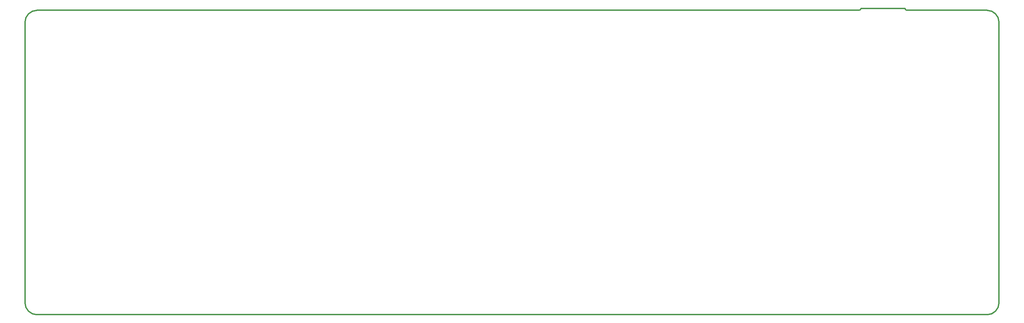
<source format=gm1>
G04 #@! TF.GenerationSoftware,KiCad,Pcbnew,5.0.2-bee76a0~70~ubuntu16.04.1*
G04 #@! TF.CreationDate,2019-04-16T22:45:08-04:00*
G04 #@! TF.ProjectId,steamvan,73746561-6d76-4616-9e2e-6b696361645f,rev?*
G04 #@! TF.SameCoordinates,PX43ec160PY7dabae0*
G04 #@! TF.FileFunction,Profile,NP*
%FSLAX46Y46*%
G04 Gerber Fmt 4.6, Leading zero omitted, Abs format (unit mm)*
G04 Created by KiCad (PCBNEW 5.0.2-bee76a0~70~ubuntu16.04.1) date Tue 16 Apr 2019 10:45:08 PM EDT*
%MOMM*%
%LPD*%
G01*
G04 APERTURE LIST*
G04 #@! TA.AperFunction,NonConductor*
%ADD10C,0.300000*%
G04 #@! TD*
G04 APERTURE END LIST*
D10*
G04 #@! TO.C,REF\002A\002A*
X208855693Y76695200D02*
X219855693Y76695200D01*
X208355693Y76195200D02*
X2968400Y76195200D01*
X240355693Y76195200D02*
X220355693Y76195200D01*
X2968400Y-4701D02*
X240355693Y-4701D01*
X243355693Y73195200D02*
X243355693Y2995299D01*
X240355693Y76195200D02*
G75*
G02X243355693Y73195200I0J-3000000D01*
G01*
X-31600Y73195200D02*
G75*
G02X2968400Y76195200I3000000J0D01*
G01*
X-31600Y2995299D02*
X-31600Y73195200D01*
X220355693Y76195200D02*
G75*
G02X219855693Y76695200I0J500000D01*
G01*
X208855693Y76695200D02*
G75*
G02X208355693Y76195200I-500000J0D01*
G01*
X2968400Y-4701D02*
G75*
G02X-31600Y2995299I0J3000000D01*
G01*
X243355693Y2995299D02*
G75*
G02X240355693Y-4701I-3000000J0D01*
G01*
G04 #@! TD*
M02*

</source>
